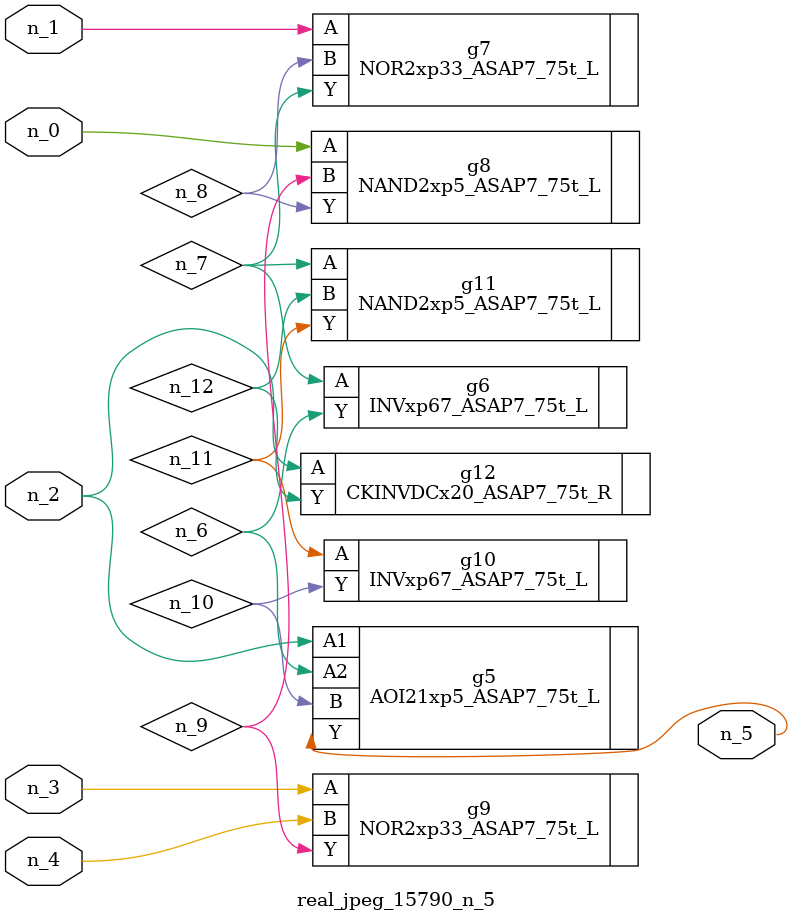
<source format=v>
module real_jpeg_15790_n_5 (n_4, n_0, n_1, n_2, n_3, n_5);

input n_4;
input n_0;
input n_1;
input n_2;
input n_3;

output n_5;

wire n_12;
wire n_8;
wire n_11;
wire n_6;
wire n_7;
wire n_10;
wire n_9;

NAND2xp5_ASAP7_75t_L g8 ( 
.A(n_0),
.B(n_9),
.Y(n_8)
);

NOR2xp33_ASAP7_75t_L g7 ( 
.A(n_1),
.B(n_8),
.Y(n_7)
);

AOI21xp5_ASAP7_75t_L g5 ( 
.A1(n_2),
.A2(n_6),
.B(n_10),
.Y(n_5)
);

CKINVDCx20_ASAP7_75t_R g12 ( 
.A(n_2),
.Y(n_12)
);

NOR2xp33_ASAP7_75t_L g9 ( 
.A(n_3),
.B(n_4),
.Y(n_9)
);

INVxp67_ASAP7_75t_L g6 ( 
.A(n_7),
.Y(n_6)
);

NAND2xp5_ASAP7_75t_L g11 ( 
.A(n_7),
.B(n_12),
.Y(n_11)
);

INVxp67_ASAP7_75t_L g10 ( 
.A(n_11),
.Y(n_10)
);


endmodule
</source>
